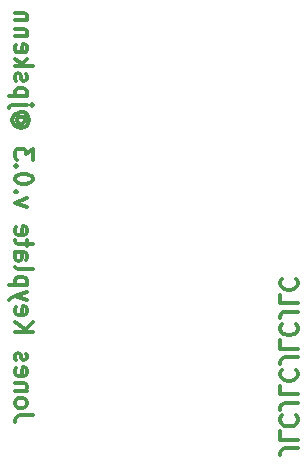
<source format=gbo>
%TF.GenerationSoftware,KiCad,Pcbnew,(5.1.6-0-10_14)*%
%TF.CreationDate,2020-08-09T11:44:03+09:00*%
%TF.ProjectId,keyplate,6b657970-6c61-4746-952e-6b696361645f,rev?*%
%TF.SameCoordinates,Original*%
%TF.FileFunction,Legend,Bot*%
%TF.FilePolarity,Positive*%
%FSLAX46Y46*%
G04 Gerber Fmt 4.6, Leading zero omitted, Abs format (unit mm)*
G04 Created by KiCad (PCBNEW (5.1.6-0-10_14)) date 2020-08-09 11:44:03*
%MOMM*%
%LPD*%
G01*
G04 APERTURE LIST*
%ADD10C,0.300000*%
G04 APERTURE END LIST*
D10*
X45321428Y-70653571D02*
X44250000Y-70653571D01*
X44035714Y-70725000D01*
X43892857Y-70867857D01*
X43821428Y-71082142D01*
X43821428Y-71225000D01*
X43821428Y-69225000D02*
X43821428Y-69939285D01*
X45321428Y-69939285D01*
X43964285Y-67867857D02*
X43892857Y-67939285D01*
X43821428Y-68153571D01*
X43821428Y-68296428D01*
X43892857Y-68510714D01*
X44035714Y-68653571D01*
X44178571Y-68725000D01*
X44464285Y-68796428D01*
X44678571Y-68796428D01*
X44964285Y-68725000D01*
X45107142Y-68653571D01*
X45250000Y-68510714D01*
X45321428Y-68296428D01*
X45321428Y-68153571D01*
X45250000Y-67939285D01*
X45178571Y-67867857D01*
X45321428Y-66796428D02*
X44250000Y-66796428D01*
X44035714Y-66867857D01*
X43892857Y-67010714D01*
X43821428Y-67225000D01*
X43821428Y-67367857D01*
X43821428Y-65367857D02*
X43821428Y-66082142D01*
X45321428Y-66082142D01*
X43964285Y-64010714D02*
X43892857Y-64082142D01*
X43821428Y-64296428D01*
X43821428Y-64439285D01*
X43892857Y-64653571D01*
X44035714Y-64796428D01*
X44178571Y-64867857D01*
X44464285Y-64939285D01*
X44678571Y-64939285D01*
X44964285Y-64867857D01*
X45107142Y-64796428D01*
X45250000Y-64653571D01*
X45321428Y-64439285D01*
X45321428Y-64296428D01*
X45250000Y-64082142D01*
X45178571Y-64010714D01*
X45321428Y-62939285D02*
X44250000Y-62939285D01*
X44035714Y-63010714D01*
X43892857Y-63153571D01*
X43821428Y-63367857D01*
X43821428Y-63510714D01*
X43821428Y-61510714D02*
X43821428Y-62224999D01*
X45321428Y-62224999D01*
X43964285Y-60153571D02*
X43892857Y-60224999D01*
X43821428Y-60439285D01*
X43821428Y-60582142D01*
X43892857Y-60796428D01*
X44035714Y-60939285D01*
X44178571Y-61010714D01*
X44464285Y-61082142D01*
X44678571Y-61082142D01*
X44964285Y-61010714D01*
X45107142Y-60939285D01*
X45250000Y-60796428D01*
X45321428Y-60582142D01*
X45321428Y-60439285D01*
X45250000Y-60224999D01*
X45178571Y-60153571D01*
X45321428Y-59082142D02*
X44250000Y-59082142D01*
X44035714Y-59153571D01*
X43892857Y-59296428D01*
X43821428Y-59510714D01*
X43821428Y-59653571D01*
X43821428Y-57653571D02*
X43821428Y-58367857D01*
X45321428Y-58367857D01*
X43964285Y-56296428D02*
X43892857Y-56367857D01*
X43821428Y-56582142D01*
X43821428Y-56724999D01*
X43892857Y-56939285D01*
X44035714Y-57082142D01*
X44178571Y-57153571D01*
X44464285Y-57224999D01*
X44678571Y-57224999D01*
X44964285Y-57153571D01*
X45107142Y-57082142D01*
X45250000Y-56939285D01*
X45321428Y-56724999D01*
X45321428Y-56582142D01*
X45250000Y-56367857D01*
X45178571Y-56296428D01*
X22871428Y-67846428D02*
X21799999Y-67846428D01*
X21585714Y-67917857D01*
X21442857Y-68060714D01*
X21371428Y-68275000D01*
X21371428Y-68417857D01*
X21371428Y-66917857D02*
X21442857Y-67060714D01*
X21514285Y-67132142D01*
X21657142Y-67203571D01*
X22085714Y-67203571D01*
X22228571Y-67132142D01*
X22299999Y-67060714D01*
X22371428Y-66917857D01*
X22371428Y-66703571D01*
X22299999Y-66560714D01*
X22228571Y-66489285D01*
X22085714Y-66417857D01*
X21657142Y-66417857D01*
X21514285Y-66489285D01*
X21442857Y-66560714D01*
X21371428Y-66703571D01*
X21371428Y-66917857D01*
X22371428Y-65775000D02*
X21371428Y-65775000D01*
X22228571Y-65775000D02*
X22299999Y-65703571D01*
X22371428Y-65560714D01*
X22371428Y-65346428D01*
X22299999Y-65203571D01*
X22157142Y-65132142D01*
X21371428Y-65132142D01*
X21442857Y-63846428D02*
X21371428Y-63989285D01*
X21371428Y-64275000D01*
X21442857Y-64417857D01*
X21585714Y-64489285D01*
X22157142Y-64489285D01*
X22299999Y-64417857D01*
X22371428Y-64275000D01*
X22371428Y-63989285D01*
X22299999Y-63846428D01*
X22157142Y-63775000D01*
X22014285Y-63775000D01*
X21871428Y-64489285D01*
X21442857Y-63203571D02*
X21371428Y-63060714D01*
X21371428Y-62775000D01*
X21442857Y-62632142D01*
X21585714Y-62560714D01*
X21657142Y-62560714D01*
X21799999Y-62632142D01*
X21871428Y-62775000D01*
X21871428Y-62989285D01*
X21942857Y-63132142D01*
X22085714Y-63203571D01*
X22157142Y-63203571D01*
X22299999Y-63132142D01*
X22371428Y-62989285D01*
X22371428Y-62775000D01*
X22299999Y-62632142D01*
X21371428Y-60775000D02*
X22871428Y-60775000D01*
X21371428Y-59917857D02*
X22228571Y-60560714D01*
X22871428Y-59917857D02*
X22014285Y-60775000D01*
X21442857Y-58703571D02*
X21371428Y-58846428D01*
X21371428Y-59132142D01*
X21442857Y-59275000D01*
X21585714Y-59346428D01*
X22157142Y-59346428D01*
X22300000Y-59275000D01*
X22371428Y-59132142D01*
X22371428Y-58846428D01*
X22300000Y-58703571D01*
X22157142Y-58632142D01*
X22014285Y-58632142D01*
X21871428Y-59346428D01*
X22371428Y-58132142D02*
X21371428Y-57775000D01*
X22371428Y-57417857D02*
X21371428Y-57775000D01*
X21014285Y-57917857D01*
X20942857Y-57989285D01*
X20871428Y-58132142D01*
X22371428Y-56846428D02*
X20871428Y-56846428D01*
X22300000Y-56846428D02*
X22371428Y-56703571D01*
X22371428Y-56417857D01*
X22300000Y-56275000D01*
X22228571Y-56203571D01*
X22085714Y-56132142D01*
X21657142Y-56132142D01*
X21514285Y-56203571D01*
X21442857Y-56275000D01*
X21371428Y-56417857D01*
X21371428Y-56703571D01*
X21442857Y-56846428D01*
X21371428Y-55275000D02*
X21442857Y-55417857D01*
X21585714Y-55489285D01*
X22871428Y-55489285D01*
X21371428Y-54060714D02*
X22157142Y-54060714D01*
X22300000Y-54132142D01*
X22371428Y-54275000D01*
X22371428Y-54560714D01*
X22300000Y-54703571D01*
X21442857Y-54060714D02*
X21371428Y-54203571D01*
X21371428Y-54560714D01*
X21442857Y-54703571D01*
X21585714Y-54775000D01*
X21728571Y-54775000D01*
X21871428Y-54703571D01*
X21942857Y-54560714D01*
X21942857Y-54203571D01*
X22014285Y-54060714D01*
X22371428Y-53560714D02*
X22371428Y-52989285D01*
X22871428Y-53346428D02*
X21585714Y-53346428D01*
X21442857Y-53275000D01*
X21371428Y-53132142D01*
X21371428Y-52989285D01*
X21442857Y-51917857D02*
X21371428Y-52060714D01*
X21371428Y-52346428D01*
X21442857Y-52489285D01*
X21585714Y-52560714D01*
X22157142Y-52560714D01*
X22300000Y-52489285D01*
X22371428Y-52346428D01*
X22371428Y-52060714D01*
X22300000Y-51917857D01*
X22157142Y-51846428D01*
X22014285Y-51846428D01*
X21871428Y-52560714D01*
X22371428Y-50203571D02*
X21371428Y-49846428D01*
X22371428Y-49489285D01*
X21514285Y-48917857D02*
X21442857Y-48846428D01*
X21371428Y-48917857D01*
X21442857Y-48989285D01*
X21514285Y-48917857D01*
X21371428Y-48917857D01*
X22871428Y-47917857D02*
X22871428Y-47775000D01*
X22800000Y-47632142D01*
X22728571Y-47560714D01*
X22585714Y-47489285D01*
X22300000Y-47417857D01*
X21942857Y-47417857D01*
X21657142Y-47489285D01*
X21514285Y-47560714D01*
X21442857Y-47632142D01*
X21371428Y-47775000D01*
X21371428Y-47917857D01*
X21442857Y-48060714D01*
X21514285Y-48132142D01*
X21657142Y-48203571D01*
X21942857Y-48275000D01*
X22300000Y-48275000D01*
X22585714Y-48203571D01*
X22728571Y-48132142D01*
X22800000Y-48060714D01*
X22871428Y-47917857D01*
X21514285Y-46775000D02*
X21442857Y-46703571D01*
X21371428Y-46775000D01*
X21442857Y-46846428D01*
X21514285Y-46775000D01*
X21371428Y-46775000D01*
X22871428Y-46203571D02*
X22871428Y-45275000D01*
X22300000Y-45774999D01*
X22300000Y-45560714D01*
X22228571Y-45417857D01*
X22157142Y-45346428D01*
X22014285Y-45275000D01*
X21657142Y-45275000D01*
X21514285Y-45346428D01*
X21442857Y-45417857D01*
X21371428Y-45560714D01*
X21371428Y-45989285D01*
X21442857Y-46132142D01*
X21514285Y-46203571D01*
X22085714Y-42560714D02*
X22157142Y-42632142D01*
X22228571Y-42775000D01*
X22228571Y-42917857D01*
X22157142Y-43060714D01*
X22085714Y-43132142D01*
X21942857Y-43203571D01*
X21800000Y-43203571D01*
X21657142Y-43132142D01*
X21585714Y-43060714D01*
X21514285Y-42917857D01*
X21514285Y-42775000D01*
X21585714Y-42632142D01*
X21657142Y-42560714D01*
X22228571Y-42560714D02*
X21657142Y-42560714D01*
X21585714Y-42489285D01*
X21585714Y-42417857D01*
X21657142Y-42275000D01*
X21800000Y-42203571D01*
X22157142Y-42203571D01*
X22371428Y-42346428D01*
X22514285Y-42560714D01*
X22585714Y-42846428D01*
X22514285Y-43132142D01*
X22371428Y-43346428D01*
X22157142Y-43489285D01*
X21871428Y-43560714D01*
X21585714Y-43489285D01*
X21371428Y-43346428D01*
X21228571Y-43132142D01*
X21157142Y-42846428D01*
X21228571Y-42560714D01*
X21371428Y-42346428D01*
X22371428Y-41560714D02*
X21085714Y-41560714D01*
X20942857Y-41632142D01*
X20871428Y-41775000D01*
X20871428Y-41846428D01*
X22871428Y-41560714D02*
X22800000Y-41632142D01*
X22728571Y-41560714D01*
X22800000Y-41489285D01*
X22871428Y-41560714D01*
X22728571Y-41560714D01*
X22371428Y-40846428D02*
X20871428Y-40846428D01*
X22300000Y-40846428D02*
X22371428Y-40703571D01*
X22371428Y-40417857D01*
X22300000Y-40274999D01*
X22228571Y-40203571D01*
X22085714Y-40132142D01*
X21657142Y-40132142D01*
X21514285Y-40203571D01*
X21442857Y-40274999D01*
X21371428Y-40417857D01*
X21371428Y-40703571D01*
X21442857Y-40846428D01*
X21442857Y-39560714D02*
X21371428Y-39417857D01*
X21371428Y-39132142D01*
X21442857Y-38989285D01*
X21585714Y-38917857D01*
X21657142Y-38917857D01*
X21800000Y-38989285D01*
X21871428Y-39132142D01*
X21871428Y-39346428D01*
X21942857Y-39489285D01*
X22085714Y-39560714D01*
X22157142Y-39560714D01*
X22300000Y-39489285D01*
X22371428Y-39346428D01*
X22371428Y-39132142D01*
X22300000Y-38989285D01*
X21371428Y-38274999D02*
X22871428Y-38274999D01*
X21942857Y-38132142D02*
X21371428Y-37703571D01*
X22371428Y-37703571D02*
X21800000Y-38274999D01*
X21442857Y-36489285D02*
X21371428Y-36632142D01*
X21371428Y-36917857D01*
X21442857Y-37060714D01*
X21585714Y-37132142D01*
X22157142Y-37132142D01*
X22300000Y-37060714D01*
X22371428Y-36917857D01*
X22371428Y-36632142D01*
X22300000Y-36489285D01*
X22157142Y-36417857D01*
X22014285Y-36417857D01*
X21871428Y-37132142D01*
X22371428Y-35774999D02*
X21371428Y-35774999D01*
X22228571Y-35774999D02*
X22300000Y-35703571D01*
X22371428Y-35560714D01*
X22371428Y-35346428D01*
X22300000Y-35203571D01*
X22157142Y-35132142D01*
X21371428Y-35132142D01*
X22371428Y-34417857D02*
X21371428Y-34417857D01*
X22228571Y-34417857D02*
X22300000Y-34346428D01*
X22371428Y-34203571D01*
X22371428Y-33989285D01*
X22300000Y-33846428D01*
X22157142Y-33774999D01*
X21371428Y-33774999D01*
M02*

</source>
